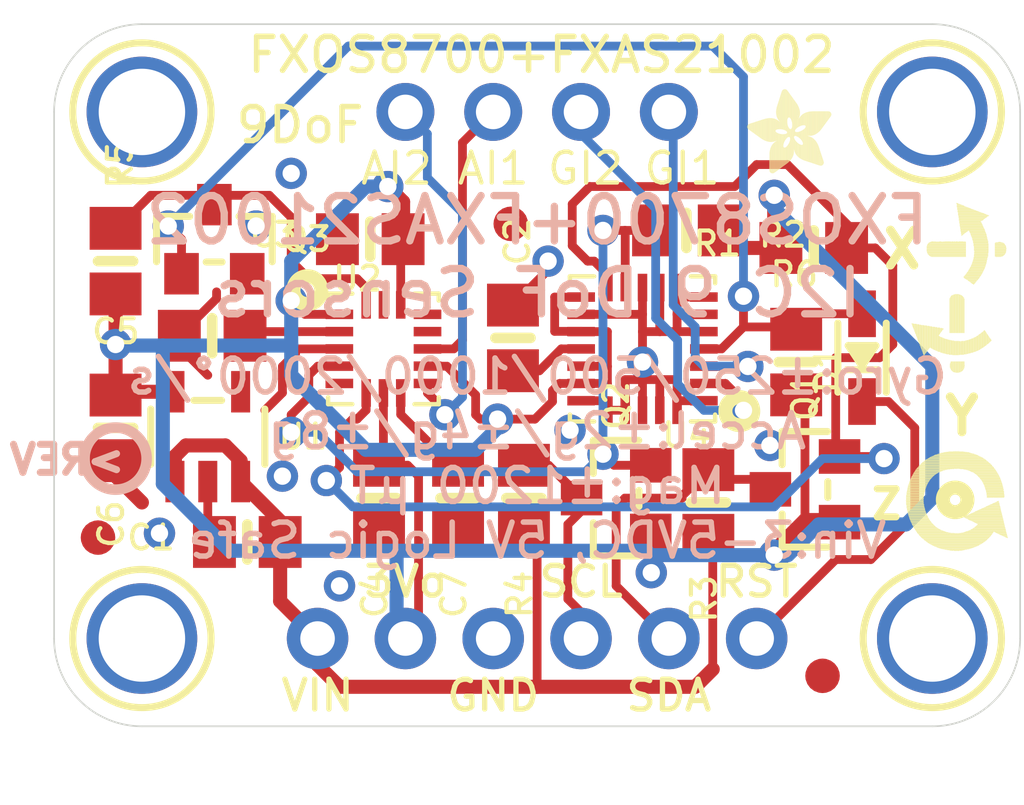
<source format=kicad_pcb>
(kicad_pcb (version 20211014) (generator pcbnew)
  (layers (0 "F.Cu" signal) (31 "B.Cu" signal) (34 "B.Paste" user) (35 "F.Paste" user) (36 "B.SilkS" user "B.Silkscreen") (37 "F.SilkS" user "F.Silkscreen") (38 "B.Mask" user) (39 "F.Mask" user) (44 "Edge.Cuts" user))
  (net 0 "")
  (net 1 "GND")
  (net 2 "SDA_3V")
  (net 3 "SCL_3V")
  (net 4 "3.3V")
  (net 5 "RST_3V")
  (net 6 "N$1")
  (net 7 "N$24")
  (net 8 "N$26")
  (net 9 "SDA")
  (net 10 "SCL")
  (net 11 "VIN")
  (net 12 "RST")
  (net 13 "GINT1")
  (net 14 "GINT2")
  (net 15 "AINT1")
  (net 16 "AINT2")
  (net 17 "ACC_RST")
  (footprint "boardEagle:MOUNTINGHOLE_2.5_PLATED" (layer "F.Cu") (at 137.0711 97.3836)
    (fp_text reference "U$2" hide)
    (fp_text value "MOUNTINGHOLE2.5" hide)
    (pad "P$1" thru_hole circle (at 0 0) (size 3.2 3.2) (drill 2.5) (layers *.Cu *.Mask))
  )
  (footprint "boardEagle:0805-NO" (layer "F.Cu") (at 136.3091 106.5276 -90)
    (fp_text reference "C6" (at 2.032 0.127 90) (layer "F.SilkS") (effects (font (size 0.692831 0.692831) (thickness 0.119969)) (justify right)))
    (fp_text value "10µF")
    (pad "1" smd rect (at -0.95 0 270) (size 1.24 1.5) (layers "F.Cu" "F.Paste" "F.Mask") (net 4 "3.3V"))
    (pad "2" smd rect (at 0.95 0 270) (size 1.24 1.5) (layers "F.Cu" "F.Paste" "F.Mask") (net 1 "GND"))
  )
  (footprint "boardEagle:FIDUCIAL_1MM" (layer "F.Cu") (at 147.7391 100.6221)
    (fp_text reference "FID3" hide)
    (fp_text value "FIDUCIAL_1MM" hide)
    (pad "1" smd roundrect (at 0 0) (size 1 1) (layers "F.Cu" "F.Mask") (roundrect_rratio 0.5))
  )
  (footprint "boardEagle:0805-NO" (layer "F.Cu") (at 155.9941 104.6226 -90)
    (fp_text reference "R6" (at -2.54 -0.6985) (layer "F.SilkS") (effects (font (size 0.692831 0.692831) (thickness 0.119969)) (justify right)))
    (fp_text value "10K")
    (pad "1" smd rect (at -0.95 0 270) (size 1.24 1.5) (layers "F.Cu" "F.Paste" "F.Mask") (net 5 "RST_3V"))
    (pad "2" smd rect (at 0.95 0 270) (size 1.24 1.5) (layers "F.Cu" "F.Paste" "F.Mask") (net 4 "3.3V"))
  )
  (footprint "boardEagle:SYMBOL_GYRO_CCLOCKWISE" (layer "F.Cu") (at 159.4231 102.5906)
    (fp_text reference "U$27" hide)
    (fp_text value "" hide)
  )
  (footprint "boardEagle:MOUNTINGHOLE_2.5_PLATED" (layer "F.Cu") (at 159.9311 112.6236)
    (fp_text reference "U$1" hide)
    (fp_text value "MOUNTINGHOLE2.5" hide)
    (pad "P$1" thru_hole circle (at 0 0) (size 3.2 3.2) (drill 2.5) (layers *.Cu *.Mask))
  )
  (footprint "boardEagle:MOUNTINGHOLE_2.5_PLATED" (layer "F.Cu") (at 159.9311 97.3836)
    (fp_text reference "U$3" hide)
    (fp_text value "MOUNTINGHOLE2.5" hide)
    (pad "P$1" thru_hole circle (at 0 0) (size 3.2 3.2) (drill 2.5) (layers *.Cu *.Mask))
  )
  (footprint "boardEagle:0805-NO" (layer "F.Cu") (at 147.8026 103.9241 90)
    (fp_text reference "C2" (at 2.032 0.127 90) (layer "F.SilkS") (effects (font (size 0.692831 0.692831) (thickness 0.119969)) (justify left)))
    (fp_text value "0.1uF")
    (pad "1" smd rect (at -0.95 0 90) (size 1.24 1.5) (layers "F.Cu" "F.Paste" "F.Mask") (net 6 "N$1"))
    (pad "2" smd rect (at 0.95 0 90) (size 1.24 1.5) (layers "F.Cu" "F.Paste" "F.Mask") (net 1 "GND"))
  )
  (footprint "boardEagle:FIDUCIAL_1MM" (layer "F.Cu") (at 156.7561 113.7031)
    (fp_text reference "FID1" hide)
    (fp_text value "FIDUCIAL_1MM" hide)
    (pad "1" smd roundrect (at 0 0) (size 1 1) (layers "F.Cu" "F.Mask") (roundrect_rratio 0.5))
  )
  (footprint "boardEagle:SYMBOL_GYRO_Z" (layer "F.Cu") (at 159.1691 110.0836)
    (fp_text reference "U$31" hide)
    (fp_text value "" hide)
  )
  (footprint "boardEagle:0805-NO" (layer "F.Cu") (at 143.6751 101.0666 180)
    (fp_text reference "C3" (at 2.032 0.127) (layer "F.SilkS") (effects (font (size 0.692831 0.692831) (thickness 0.119969)) (justify right)))
    (fp_text value "0.1uF")
    (pad "1" smd rect (at -0.95 0 180) (size 1.24 1.5) (layers "F.Cu" "F.Paste" "F.Mask") (net 4 "3.3V"))
    (pad "2" smd rect (at 0.95 0 180) (size 1.24 1.5) (layers "F.Cu" "F.Paste" "F.Mask") (net 1 "GND"))
  )
  (footprint "boardEagle:1X04_ROUND" (layer "F.Cu") (at 148.5011 97.3836 180)
    (fp_text reference "JP2" hide)
    (fp_text value "")
    (pad "1" thru_hole circle (at -3.81 0 270) (size 1.6764 1.6764) (drill 1) (layers *.Cu *.Mask) (net 13 "GINT1"))
    (pad "2" thru_hole circle (at -1.27 0 270) (size 1.6764 1.6764) (drill 1) (layers *.Cu *.Mask) (net 14 "GINT2"))
    (pad "3" thru_hole circle (at 1.27 0 270) (size 1.6764 1.6764) (drill 1) (layers *.Cu *.Mask) (net 15 "AINT1"))
    (pad "4" thru_hole circle (at 3.81 0 270) (size 1.6764 1.6764) (drill 1) (layers *.Cu *.Mask) (net 16 "AINT2"))
  )
  (footprint "boardEagle:0805-NO" (layer "F.Cu") (at 146.2151 108.5596 -90)
    (fp_text reference "C7" (at 2.032 0.127 90) (layer "F.SilkS") (effects (font (size 0.692831 0.692831) (thickness 0.119969)) (justify right)))
    (fp_text value "0.1uF")
    (pad "1" smd rect (at -0.95 0 270) (size 1.24 1.5) (layers "F.Cu" "F.Paste" "F.Mask") (net 8 "N$26"))
    (pad "2" smd rect (at 0.95 0 270) (size 1.24 1.5) (layers "F.Cu" "F.Paste" "F.Mask") (net 1 "GND"))
  )
  (footprint "boardEagle:SOD-323" (layer "F.Cu") (at 157.8991 104.4956 90)
    (fp_text reference "D1" (at -1.1 -1 90) (layer "F.SilkS") (effects (font (size 0.692831 0.692831) (thickness 0.119969)) (justify left)))
    (fp_text value "1N4148")
    (pad "A" smd rect (at 1.27 0 90) (size 1.35 0.8) (layers "F.Cu" "F.Paste" "F.Mask") (net 5 "RST_3V"))
    (pad "C" smd rect (at -1.27 0 90) (size 1.35 0.8) (layers "F.Cu" "F.Paste" "F.Mask") (net 12 "RST"))
  )
  (footprint "boardEagle:0805-NO" (layer "F.Cu") (at 136.3091 101.7016 90)
    (fp_text reference "R5" (at 2.032 0.127 90) (layer "F.SilkS") (effects (font (size 0.692831 0.692831) (thickness 0.119969)) (justify left)))
    (fp_text value "10K")
    (pad "1" smd rect (at -0.95 0 90) (size 1.24 1.5) (layers "F.Cu" "F.Paste" "F.Mask") (net 4 "3.3V"))
    (pad "2" smd rect (at 0.95 0 90) (size 1.24 1.5) (layers "F.Cu" "F.Paste" "F.Mask") (net 17 "ACC_RST"))
  )
  (footprint "boardEagle:0805-NO" (layer "F.Cu") (at 139.1031 103.8606 180)
    (fp_text reference "C5" (at 2.032 0.127) (layer "F.SilkS") (effects (font (size 0.692831 0.692831) (thickness 0.119969)) (justify right)))
    (fp_text value "0.1uF")
    (pad "1" smd rect (at -0.95 0 180) (size 1.24 1.5) (layers "F.Cu" "F.Paste" "F.Mask") (net 7 "N$24"))
    (pad "2" smd rect (at 0.95 0 180) (size 1.24 1.5) (layers "F.Cu" "F.Paste" "F.Mask") (net 1 "GND"))
  )
  (footprint "boardEagle:0805-NO" (layer "F.Cu") (at 156.5021 101.3206 180)
    (fp_text reference "R1" (at 2.032 0.127) (layer "F.SilkS") (effects (font (size 0.692831 0.692831) (thickness 0.119969)) (justify right)))
    (fp_text value "10K")
    (pad "1" smd rect (at -0.95 0 180) (size 1.24 1.5) (layers "F.Cu" "F.Paste" "F.Mask") (net 2 "SDA_3V"))
    (pad "2" smd rect (at 0.95 0 180) (size 1.24 1.5) (layers "F.Cu" "F.Paste" "F.Mask") (net 4 "3.3V"))
  )
  (footprint "boardEagle:0805-NO" (layer "F.Cu") (at 143.9291 108.5596 -90)
    (fp_text reference "C4" (at 2.032 0.127 90) (layer "F.SilkS") (effects (font (size 0.692831 0.692831) (thickness 0.119969)) (justify right)))
    (fp_text value "10uF")
    (pad "1" smd rect (at -0.95 0 270) (size 1.24 1.5) (layers "F.Cu" "F.Paste" "F.Mask") (net 4 "3.3V"))
    (pad "2" smd rect (at 0.95 0 270) (size 1.24 1.5) (layers "F.Cu" "F.Paste" "F.Mask") (net 1 "GND"))
  )
  (footprint "boardEagle:0805-NO" (layer "F.Cu") (at 148.1201 108.5596 -90)
    (fp_text reference "R4" (at 2.032 0.127 90) (layer "F.SilkS") (effects (font (size 0.692831 0.692831) (thickness 0.119969)) (justify right)))
    (fp_text value "10K")
    (pad "1" smd rect (at -0.95 0 270) (size 1.24 1.5) (layers "F.Cu" "F.Paste" "F.Mask") (net 10 "SCL"))
    (pad "2" smd rect (at 0.95 0 270) (size 1.24 1.5) (layers "F.Cu" "F.Paste" "F.Mask") (net 11 "VIN"))
  )
  (footprint "boardEagle:SOT23-WIDE" (layer "F.Cu") (at 150.7871 108.5596 90)
    (fp_text reference "Q2" (at 1.905 0 90) (layer "F.SilkS") (effects (font (size 0.692831 0.692831) (thickness 0.119969)) (justify left)))
    (fp_text value "BSS138")
    (pad "1" smd rect (at -0.95 1 90) (size 1 1.2) (layers "F.Cu" "F.Paste" "F.Mask") (net 4 "3.3V"))
    (pad "2" smd rect (at 0.95 1 90) (size 1 1.2) (layers "F.Cu" "F.Paste" "F.Mask") (net 3 "SCL_3V"))
    (pad "3" smd rect (at 0 -1 90) (size 1 1.2) (layers "F.Cu" "F.Paste" "F.Mask") (net 10 "SCL"))
  )
  (footprint "boardEagle:QFN16_3MM_FREESCALE_5X3" (layer "F.Cu") (at 144.0561 104.2416)
    (fp_text reference "U2" (at -1.524 -2.032) (layer "F.SilkS") (effects (font (size 0.692831 0.692831) (thickness 0.119969)) (justify left)))
    (fp_text value "FXOS8700CQ")
    (pad "1" smd rect (at -1.275 -1) (size 0.8 0.275) (layers "F.Cu" "F.Paste" "F.Mask") (net 4 "3.3V"))
    (pad "2" smd rect (at -1.275 -0.5) (size 0.8 0.275) (layers "F.Cu" "F.Paste" "F.Mask") (net 7 "N$24"))
    (pad "3" smd rect (at -1.275 0) (size 0.8 0.275) (layers "F.Cu" "F.Paste" "F.Mask") (net 1 "GND"))
    (pad "4" smd rect (at -1.275 0.5) (size 0.8 0.275) (layers "F.Cu" "F.Paste" "F.Mask") (net 3 "SCL_3V"))
    (pad "5" smd rect (at -1.275 1) (size 0.8 0.275) (layers "F.Cu" "F.Paste" "F.Mask") (net 1 "GND"))
    (pad "6" smd rect (at -0.5 1.275 90) (size 0.8 0.275) (layers "F.Cu" "F.Paste" "F.Mask") (net 2 "SDA_3V"))
    (pad "7" smd rect (at 0 1.275 90) (size 0.8 0.275) (layers "F.Cu" "F.Paste" "F.Mask") (net 4 "3.3V"))
    (pad "8" smd rect (at 0.5 1.275 90) (size 0.8 0.275) (layers "F.Cu" "F.Paste" "F.Mask") (net 8 "N$26"))
    (pad "9" smd rect (at 1.275 1 180) (size 0.8 0.275) (layers "F.Cu" "F.Paste" "F.Mask") (net 16 "AINT2"))
    (pad "10" smd rect (at 1.275 0.5 180) (size 0.8 0.275) (layers "F.Cu" "F.Paste" "F.Mask") (net 4 "3.3V"))
    (pad "11" smd rect (at 1.275 0 180) (size 0.8 0.275) (layers "F.Cu" "F.Paste" "F.Mask") (net 15 "AINT1"))
    (pad "12" smd rect (at 1.275 -0.5 180) (size 0.8 0.275) (layers "F.Cu" "F.Paste" "F.Mask") (net 1 "GND"))
    (pad "13" smd rect (at 1.275 -1 180) (size 0.8 0.275) (layers "F.Cu" "F.Paste" "F.Mask") (net 1 "GND"))
    (pad "14" smd rect (at 0.5 -1.275 270) (size 0.8 0.275) (layers "F.Cu" "F.Paste" "F.Mask") (net 4 "3.3V"))
    (pad "15" smd rect (at 0 -1.275 270) (size 0.8 0.275) (layers "F.Cu" "F.Paste" "F.Mask"))
    (pad "16" smd rect (at -0.5 -1.275 270) (size 0.8 0.275) (layers "F.Cu" "F.Paste" "F.Mask") (net 17 "ACC_RST"))
  )
  (footprint "boardEagle:SOT23-WIDE" (layer "F.Cu") (at 156.2481 108.3056 90)
    (fp_text reference "Q1" (at 1.905 0 90) (layer "F.SilkS") (effects (font (size 0.692831 0.692831) (thickness 0.119969)) (justify left)))
    (fp_text value "BSS138")
    (pad "1" smd rect (at -0.95 1 90) (size 1 1.2) (layers "F.Cu" "F.Paste" "F.Mask") (net 4 "3.3V"))
    (pad "2" smd rect (at 0.95 1 90) (size 1 1.2) (layers "F.Cu" "F.Paste" "F.Mask") (net 2 "SDA_3V"))
    (pad "3" smd rect (at 0 -1 90) (size 1 1.2) (layers "F.Cu" "F.Paste" "F.Mask") (net 9 "SDA"))
  )
  (footprint "boardEagle:MOUNTINGHOLE_2.5_PLATED" (layer "F.Cu") (at 137.0711 112.6236)
    (fp_text reference "U$4" hide)
    (fp_text value "MOUNTINGHOLE2.5" hide)
    (pad "P$1" thru_hole circle (at 0 0) (size 3.2 3.2) (drill 2.5) (layers *.Cu *.Mask))
  )
  (footprint "boardEagle:0805-NO" (layer "F.Cu") (at 140.1191 109.8296 180)
    (fp_text reference "C1" (at 2.032 0.127) (layer "F.SilkS") (effects (font (size 0.692831 0.692831) (thickness 0.119969)) (justify right)))
    (fp_text value "10µF")
    (pad "1" smd rect (at -0.95 0 180) (size 1.24 1.5) (layers "F.Cu" "F.Paste" "F.Mask") (net 11 "VIN"))
    (pad "2" smd rect (at 0.95 0 180) (size 1.24 1.5) (layers "F.Cu" "F.Paste" "F.Mask") (net 1 "GND"))
  )
  (footprint "boardEagle:FIDUCIAL_1MM" (layer "F.Cu") (at 135.8011 109.7026)
    (fp_text reference "FID2" hide)
    (fp_text value "FIDUCIAL_1MM" hide)
    (pad "1" smd roundrect (at 0 0) (size 1 1) (layers "F.Cu" "F.Mask") (roundrect_rratio 0.5))
  )
  (footprint "boardEagle:SYMBOL_GYRO_CLOCKWISE" (layer "F.Cu") (at 159.0421 102.3366 -90)
    (fp_text reference "U$28" hide)
    (fp_text value "" hide)
  )
  (footprint "boardEagle:0805-NO" (layer "F.Cu") (at 152.8191 100.8126)
    (fp_text reference "R2" (at 2.032 0.127) (layer "F.SilkS") (effects (font (size 0.692831 0.692831) (thickness 0.119969)) (justify left)))
    (fp_text value "10K")
    (pad "1" smd rect (at -0.95 0) (size 1.24 1.5) (layers "F.Cu" "F.Paste" "F.Mask") (net 3 "SCL_3V"))
    (pad "2" smd rect (at 0.95 0) (size 1.24 1.5) (layers "F.Cu" "F.Paste" "F.Mask") (net 4 "3.3V"))
  )
  (footprint "boardEagle:1X06_ROUND_70" (layer "F.Cu") (at 148.5011 112.6236 180)
    (fp_text reference "JP1" hide)
    (fp_text value "")
    (pad "1" thru_hole circle (at -6.35 0 270) (size 1.778 1.778) (drill 1) (layers *.Cu *.Mask) (net 12 "RST"))
    (pad "2" thru_hole circle (at -3.81 0 270) (size 1.778 1.778) (drill 1) (layers *.Cu *.Mask) (net 9 "SDA"))
    (pad "3" thru_hole circle (at -1.27 0 270) (size 1.778 1.778) (drill 1) (layers *.Cu *.Mask) (net 10 "SCL"))
    (pad "4" thru_hole circle (at 1.27 0 270) (size 1.778 1.778) (drill 1) (layers *.Cu *.Mask) (net 1 "GND"))
    (pad "5" thru_hole circle (at 3.81 0 270) (size 1.778 1.778) (drill 1) (layers *.Cu *.Mask) (net 4 "3.3V"))
    (pad "6" thru_hole circle (at 6.35 0 270) (size 1.778 1.778) (drill 1) (layers *.Cu *.Mask) (net 11 "VIN"))
  )
  (footprint "boardEagle:0805-NO" (layer "F.Cu") (at 153.4541 108.6866 -90)
    (fp_text reference "R3" (at 2.032 0.127 90) (layer "F.SilkS") (effects (font (size 0.692831 0.692831) (thickness 0.119969)) (justify right)))
    (fp_text value "10K")
    (pad "1" smd rect (at -0.95 0 270) (size 1.24 1.5) (layers "F.Cu" "F.Paste" "F.Mask") (net 9 "SDA"))
    (pad "2" smd rect (at 0.95 0 270) (size 1.24 1.5) (layers "F.Cu" "F.Paste" "F.Mask") (net 11 "VIN"))
  )
  (footprint "boardEagle:QFN24_4MM_FREESCALE_7X5" (layer "F.Cu") (at 151.5491 104.2416 180)
    (fp_text reference "U4" (at -2.05 -2.5) (layer "F.SilkS") (effects (font (size 0.692831 0.692831) (thickness 0.119969)) (justify right)))
    (fp_text value "FXAS21002C")
    (pad "1" smd rect (at -1.775 -1.5 180) (size 0.8 0.275) (layers "F.Cu" "F.Paste" "F.Mask") (net 1 "GND"))
    (pad "2" smd rect (at -1.775 -1 180) (size 0.8 0.275) (layers "F.Cu" "F.Paste" "F.Mask") (net 14 "GINT2"))
    (pad "3" smd rect (at -1.775 -0.5 180) (size 0.8 0.275) (layers "F.Cu" "F.Paste" "F.Mask") (net 13 "GINT1"))
    (pad "4" smd rect (at -1.775 0 180) (size 0.8 0.275) (layers "F.Cu" "F.Paste" "F.Mask") (net 5 "RST_3V"))
    (pad "5" smd rect (at -1.775 0.5 180) (size 0.8 0.275) (layers "F.Cu" "F.Paste" "F.Mask") (net 1 "GND"))
    (pad "6" smd rect (at -1.775 1 180) (size 0.8 0.275) (layers "F.Cu" "F.Paste" "F.Mask") (net 1 "GND"))
    (pad "7" smd rect (at -1.775 1.5 180) (size 0.8 0.275) (layers "F.Cu" "F.Paste" "F.Mask") (net 1 "GND"))
    (pad "8" smd rect (at -1 1.775 270) (size 0.8 0.275) (layers "F.Cu" "F.Paste" "F.Mask") (net 1 "GND"))
    (pad "9" smd rect (at -0.5 1.775 270) (size 0.8 0.275) (layers "F.Cu" "F.Paste" "F.Mask") (net 1 "GND"))
    (pad "10" smd rect (at 0 1.775 270) (size 0.8 0.275) (layers "F.Cu" "F.Paste" "F.Mask") (net 1 "GND"))
    (pad "11" smd rect (at 0.5 1.775 270) (size 0.8 0.275) (layers "F.Cu" "F.Paste" "F.Mask") (net 3 "SCL_3V"))
    (pad "12" smd rect (at 1 1.775 270) (size 0.8 0.275) (layers "F.Cu" "F.Paste" "F.Mask") (net 2 "SDA_3V"))
    (pad "13" smd rect (at 1.775 1.5) (size 0.8 0.275) (layers "F.Cu" "F.Paste" "F.Mask") (net 4 "3.3V"))
    (pad "14" smd rect (at 1.775 1) (size 0.8 0.275) (layers "F.Cu" "F.Paste" "F.Mask") (net 1 "GND"))
    (pad "15" smd rect (at 1.775 0.5) (size 0.8 0.275) (layers "F.Cu" "F.Paste" "F.Mask") (net 4 "3.3V"))
    (pad "16" smd rect (at 1.775 0) (size 0.8 0.275) (layers "F.Cu" "F.Paste" "F.Mask") (net 6 "N$1"))
    (pad "17" smd rect (at 1.775 -0.5) (size 0.8 0.275) (layers "F.Cu" "F.Paste" "F.Mask") (net 4 "3.3V"))
    (pad "18" smd rect (at 1.775 -1) (size 0.8 0.275) (layers "F.Cu" "F.Paste" "F.Mask") (net 4 "3.3V"))
    (pad "19" smd rect (at 1.775 -1.5) (size 0.8 0.275) (layers "F.Cu" "F.Paste" "F.Mask") (net 1 "GND"))
    (pad "20" smd rect (at 1 -1.775 90) (size 0.8 0.275) (layers "F.Cu" "F.Paste" "F.Mask") (net 1 "GND"))
    (pad "21" smd rect (at 0.5 -1.775 90) (size 0.8 0.275) (layers "F.Cu" "F.Paste" "F.Mask") (net 1 "GND"))
    (pad "22" smd rect (at 0 -1.775 90) (size 0.8 0.275) (layers "F.Cu" "F.Paste" "F.Mask") (net 1 "GND"))
    (pad "23" smd rect (at -0.5 -1.775 90) (size 0.8 0.275) (layers "F.Cu" "F.Paste" "F.Mask") (net 1 "GND"))
    (pad "24" smd rect (at -1 -1.775 90) (size 0.8 0.275) (layers "F.Cu" "F.Paste" "F.Mask") (net 1 "GND"))
  )
  (footprint "boardEagle:SOT23-WIDE" (layer "F.Cu") (at 139.1666 101.0666)
    (fp_text reference "Q3" (at 1.905 0) (layer "F.SilkS") (effects (font (size 0.692831 0.692831) (thickness 0.119969)) (justify left)))
    (fp_text value "BSS138")
    (pad "1" smd rect (at -0.95 1) (size 1 1.2) (layers "F.Cu" "F.Paste" "F.Mask") (net 5 "RST_3V"))
    (pad "2" smd rect (at 0.95 1) (size 1 1.2) (layers "F.Cu" "F.Paste" "F.Mask") (net 1 "GND"))
    (pad "3" smd rect (at 0 -1) (size 1 1.2) (layers "F.Cu" "F.Paste" "F.Mask") (net 17 "ACC_RST"))
  )
  (footprint "boardEagle:SOT23-5" (layer "F.Cu") (at 138.9761 106.7816)
    (fp_text reference "U1" (at 1.978 0) (layer "F.SilkS") (effects (font (size 0.692831 0.692831) (thickness 0.119969)) (justify left)))
    (fp_text value "MIC5225-3.3V")
    (pad "1" smd rect (at -0.95 1.3001) (size 0.55 1.2) (layers "F.Cu" "F.Paste" "F.Mask") (net 11 "VIN"))
    (pad "2" smd rect (at 0 1.3001) (size 0.55 1.2) (layers "F.Cu" "F.Paste" "F.Mask") (net 1 "GND"))
    (pad "3" smd rect (at 0.95 1.3001) (size 0.55 1.2) (layers "F.Cu" "F.Paste" "F.Mask") (net 11 "VIN"))
    (pad "4" smd rect (at 0.95 -1.3001) (size 0.55 1.2) (layers "F.Cu" "F.Paste" "F.Mask"))
    (pad "5" smd rect (at -0.95 -1.3001) (size 0.55 1.2) (layers "F.Cu" "F.Paste" "F.Mask") (net 4 "3.3V"))
  )
  (footprint "boardEagle:ADAFRUIT_2.5MM" (layer "F.Cu") (at 157.0101 99.1616 90)
    (fp_text reference "U$26" hide)
    (fp_text value "" hide)
  )
  (footprint "boardEagle:PCBFEAT-REV-040" (layer "B.Cu") (at 136.3091 107.4166 180)
    (fp_text reference "U$32" hide)
    (fp_text value "" hide)
    (fp_text user ">REV" (at -0.3556 -0.508) (layer "B.SilkS") (effects (font (size 0.8128 0.8128) (thickness 0.2032)) (justify left bottom mirror)))
  )
  (gr_line (start 134.5311 112.6236) (end 134.5311 97.3836) (layer "Edge.Cuts") (width 0.05))
  (gr_arc (start 134.5311 97.3836) (mid 135.275049 95.587549) (end 137.0711 94.8436) (layer "Edge.Cuts") (width 0.05))
  (gr_arc (start 137.0711 115.1636) (mid 135.275049 114.419651) (end 134.5311 112.6236) (layer "Edge.Cuts") (width 0.05))
  (gr_arc (start 159.9311 94.8436) (mid 161.727151 95.587549) (end 162.4711 97.3836) (layer "Edge.Cuts") (width 0.05))
  (gr_arc (start 162.4711 112.6236) (mid 161.727151 114.419651) (end 159.9311 115.1636) (layer "Edge.Cuts") (width 0.05))
  (gr_line (start 159.9311 115.1636) (end 137.0711 115.1636) (layer "Edge.Cuts") (width 0.05))
  (gr_line (start 162.4711 97.3836) (end 162.4711 112.6236) (layer "Edge.Cuts") (width 0.05))
  (gr_line (start 137.0711 94.8436) (end 159.9311 94.8436) (layer "Edge.Cuts") (width 0.05))
  (gr_text "Gyro:±250/500/1000/2000°/s\nAccel:±2g/±4g/±8g\nMag:±1200 μT\nVin:3-5VDC, 5V Logic Safe" (at 148.5011 107.4166) (layer "B.SilkS") (effects (font (size 0.98298 0.98298) (thickness 0.16002)) (justify mirror)))
  (gr_text "FXOS8700+FXAS21002\nI2C 9 DoF Sensors" (at 148.5011 101.5746) (layer "B.SilkS") (effects (font (size 1.31064 1.31064) (thickness 0.21336)) (justify mirror)))
  (gr_text "AI2" (at 144.4371 99.5426) (layer "F.SilkS") (effects (font (size 0.89408 0.89408) (thickness 0.12192)) (justify bottom)))
  (gr_text "GND" (at 147.2311 113.7666) (layer "F.SilkS") (effects (font (size 0.8636 0.8636) (thickness 0.1524)) (justify top)))
  (gr_text "Z" (at 158.6103 108.7374) (layer "F.SilkS") (effects (font (size 0.8128 0.8128) (thickness 0.2032))))
  (gr_text "VIN" (at 142.1511 113.7666) (layer "F.SilkS") (effects (font (size 0.8636 0.8636) (thickness 0.1524)) (justify top)))
  (gr_text "9DoF" (at 141.6431 97.7646) (layer "F.SilkS") (effects (font (size 0.98298 0.98298) (thickness 0.16002))))
  (gr_text "FXOS8700+FXAS21002" (at 148.6281 95.7326) (layer "F.SilkS") (effects (font (size 0.98298 0.98298) (thickness 0.16002))))
  (gr_text "X" (at 158.4071 101.9556) (layer "F.SilkS") (effects (font (size 1.016 1.016) (thickness 0.254)) (justify left bottom)))
  (gr_text "3Vo" (at 144.6911 111.4806) (layer "F.SilkS") (effects (font (size 0.8636 0.8636) (thickness 0.1524)) (justify bottom)))
  (gr_text "SDA" (at 152.3111 113.7666) (layer "F.SilkS") (effects (font (size 0.8636 0.8636) (thickness 0.1524)) (justify top)))
  (gr_text "GI1" (at 152.6921 99.5426) (layer "F.SilkS") (effects (font (size 0.89408 0.89408) (thickness 0.12192)) (justify bottom)))
  (gr_text "Y" (at 160.1851 106.7816) (layer "F.SilkS") (effects (font (size 1.016 1.016) (thickness 0.254)) (justify left bottom)))
  (gr_text "GI2" (at 149.8981 99.5426) (layer "F.SilkS") (effects (font (size 0.89408 0.89408) (thickness 0.12192)) (justify bottom)))
  (gr_text "RST" (at 154.8511 111.4806) (layer "F.SilkS") (effects (font (size 0.8636 0.8636) (thickness 0.1524)) (justify bottom)))
  (gr_text "AI1" (at 147.2311 99.5426) (layer "F.SilkS") (effects (font (size 0.89408 0.89408) (thickness 0.12192)) (justify bottom)))
  (gr_text "SCL" (at 149.7711 111.4806) (layer "F.SilkS") (effects (font (size 0.8636 0.8636) (thickness 0.1524)) (justify bottom)))
  (segment (start 152.5491 103.2416) (end 152.5491 103.7416) (width 0.254) (layer "F.Cu") (net 1))
  (segment (start 151.5491 105.1306) (end 152.0491 105.1306) (width 0.254) (layer "F.Cu") (net 1))
  (segment (start 152.0491 103.7416) (end 151.5491 103.7416) (width 0.254) (layer "F.Cu") (net 1))
  (segment (start 138.1531 103.8606) (end 139.2301 102.7836) (width 0.254) (layer "F.Cu") (net 1))
  (segment (start 141.1351 105.5116) (end 140.6271 106.0196) (width 0.254) (layer "F.Cu") (net 1))
  (segment (start 139.2301 102.7836) (end 139.2301 102.5906) (width 0.254) (layer "F.Cu") (net 1))
  (segment (start 152.0491 102.4666) (end 152.0491 103.7416) (width 0.254) (layer "F.Cu") (net 1))
  (segment (start 152.0491 106.0166) (end 152.0491 105.1306) (width 0.254) (layer "F.Cu") (net 1))
  (segment (start 150.5491 106.0166) (end 151.0491 106.0166) (width 0.254) (layer "F.Cu") (net 1))
  (segment (start 152.5491 102.4666) (end 152.5491 102.7416) (width 0.254) (layer "F.Cu") (net 1))
  (segment (start 152.0491 105.1306) (end 152.5491 105.1306) (width 0.254) (layer "F.Cu") (net 1))
  (segment (start 152.5491 102.7416) (end 152.5491 103.2416) (width 0.254) (layer "F.Cu") (net 1))
  (segment (start 153.3241 103.7416) (end 152.5491 103.7416) (width 0.254) (layer "F.Cu") (net 1))
  (segment (start 150.5491 105.7416) (end 149.7741 105.7416) (width 0.254) (layer "F.Cu") (net 1))
  (segment (start 141.5161 104.3686) (end 141.1351 104.7496) (width 0.254) (layer "F.Cu") (net 1))
  (segment (start 151.0491 106.0166) (end 151.0491 105.1306) (width 0.254) (layer "F.Cu") (net 1))
  (segment (start 153.3241 102.7416) (end 152.5491 102.7416) (width 0.254) (layer "F.Cu") (net 1))
  (segment (start 151.5491 106.0166) (end 151.5491 105.1306) (width 0.254) (layer "F.Cu") (net 1))
  (segment (start 138.9761 108.0817) (end 138.9761 109.8296) (width 0.254) (layer "F.Cu") (net 1))
  (segment (start 138.9761 109.8296) (end 139.1691 109.8296) (width 0.254) (layer "F.Cu") (net 1))
  (segment (start 149.7741 103.2416) (end 151.5491 103.2416) (width 0.254) (layer "F.Cu") (net 1))
  (segment (start 152.0491 103.7416) (end 152.5491 103.7416) (width 0.254) (layer "F.Cu") (net 1))
  (segment (start 151.5491 102.4666) (end 151.5491 103.2416) (width 0.254) (layer "F.Cu") (net 1))
  (segment (start 138.1531 104.1806) (end 138.9761 105.0036) (width 0.254) (layer "F.Cu") (net 1))
  (segment (start 148.8186 101.9581) (end 148.8186 101.7016) (width 0.254) (layer "F.Cu") (net 1))
  (segment (start 151.5491 103.2416) (end 151.5491 103.7416) (width 0.254) (layer "F.Cu") (net 1))
  (segment (start 152.5491 105.1306) (end 152.5491 106.0166) (width 0.254) (layer "F.Cu") (net 1))
  (segment (start 153.3241 105.7416) (end 152.5491 105.7416) (width 0.254) (layer "F.Cu") (net 1))
  (segment (start 151.5491 103.7416) (end 151.5491 105.1306) (width 0.254) (layer "F.Cu") (net 1))
  (segment (start 136.3091 107.9246) (end 137.0711 108.6866) (width 0.4064) (layer "F.Cu") (net 1))
  (segment (start 136.3091 107.4776) (end 136.3091 107.9246) (width 0.4064) (layer "F.Cu") (net 1))
  (segment (start 141.5161 104.2416) (end 141.5161 104.3686) (width 0.254) (layer "F.Cu") (net 1))
  (segment (start 153.3241 103.2416) (end 152.5491 103.2416) (width 0.254) (layer "F.Cu") (net 1))
  (segment (start 147.8026 102.9741) (end 148.8186 101.9581) (width 0.254) (layer "F.Cu") (net 1))
  (segment (start 138.1531 103.8606) (end 138.1531 104.1806) (width 0.254) (layer "F.Cu") (net 1))
  (segment (start 141.1351 104.7496) (end 141.1351 105.5116) (width 0.254) (layer "F.Cu") (net 1))
  (segment (start 142.7811 104.2416) (end 141.5161 104.2416) (width 0.254) (layer "F.Cu") (net 1))
  (segment (start 151.0491 105.1306) (end 151.5491 105.1306) (width 0.254) (layer "F.Cu") (net 1))
  (segment (start 150.5491 106.0166) (end 150.5491 105.7416) (width 0.254) (layer "F.Cu") (net 1))
  (segment (start 152.5491 105.7416) (end 152.5491 106.0166) (width 0.254) (layer "F.Cu") (net 1))
  (via (at 140.3731 100.6856) (size 0.9064) (drill 0.5) (layers "F.Cu" "B.Cu") (net 1))
  (via (at 141.1351 107.9246) (size 0.9064) (drill 0.5) (layers "F.Cu" "B.Cu") (net 1))
  (via (at 141.3891 99.1616) (size 0.9064) (drill 0.5) (layers "F.Cu" "B.Cu") (net 1))
  (via (at 155.2321 107.0356) (size 0.9064) (drill 0.5) (layers "F.Cu" "B.Cu") (net 1))
  (via (at 142.7861 111.0996) (size 0.9064) (drill 0.5) (layers "F.Cu" "B.Cu") (net 1))
  (via (at 148.8186 101.7016) (size 0.9064) (drill 0.5) (layers "F.Cu" "B.Cu") (net 1))
  (via (at 149.4536 106.5911) (size 0.9064) (drill 0.5) (layers "F.Cu" "B.Cu") (net 1))
  (via (at 137.5791 109.5756) (size 0.9064) (drill 0.5) (layers "F.Cu" "B.Cu") (net 1))
  (via (at 151.5491 104.6226) (size 0.9064) (drill 0.5) (layers "F.Cu" "B.Cu") (net 1))
  (segment (start 157.5181 100.7786) (end 157.4521 100.8446) (width 0.254) (layer "F.Cu") (net 2))
  (segment (start 143.5561 106.0116) (end 143.2941 106.2736) (width 0.254) (layer "F.Cu") (net 2))
  (segment (start 157.2481 107.3556) (end 158.4731 107.3556) (width 0.254) (layer "F.Cu") (net 2))
  (segment (start 150.0251 99.5426) (end 154.2161 99.5426) (width 0.254) (layer "F.Cu") (net 2))
  (segment (start 158.4071 104.4956) (end 158.7881 104.1146) (width 0.254) (layer "F.Cu") (net 2))
  (segment (start 142.7861 106.6546) (end 142.7861 107.6706) (width 0.254) (layer "F.Cu") (net 2))
  (segment (start 149.5171 101.2571) (end 149.5171 100.0506) (width 0.254) (layer "F.Cu") (net 2))
  (segment (start 158.7881 101.8286) (end 158.7881 104.1146) (width 0.254) (layer "F.Cu") (net 2))
  (segment (start 150.5491 102.0986) (end 150.1521 101.7016) (width 0.254) (layer "F.Cu") (net 2))
  (segment (start 157.1371 104.4956) (end 157.1371 107.4666) (width 0.254) (layer "F.Cu") (net 2))
  (segment (start 157.4521 100.8446) (end 157.4521 101.3206) (width 0.254) (layer "F.Cu") (net 2))
  (segment (start 150.1521 101.7016) (end 149.9616 101.7016) (width 0.254) (layer "F.Cu") (net 2))
  (segment (start 157.5181 100.6856) (end 157.5181 100.7786) (width 0.254) (layer "F.Cu") (net 2))
  (segment (start 158.2801 101.3206) (end 157.4521 101.3206) (width 0.254) (layer "F.Cu") (net 2))
  (segment (start 149.9616 101.7016) (end 149.5171 101.2571) (width 0.254) (layer "F.Cu") (net 2))
  (segment (start 143.1671 106.2736) (end 142.7861 106.6546) (width 0.254) (layer "F.Cu") (net 2))
  (segment (start 143.2941 106.2736) (end 143.1671 106.2736) (width 0.254) (layer "F.Cu") (net 2))
  (segment (start 157.1371 107.4666) (end 157.2481 107.3556) (width 0.254) (layer "F.Cu") (net 2))
  (segment (start 154.2161 99.5426) (end 154.8511 98.9076) (width 0.254) (layer "F.Cu") (net 2))
  (segment (start 149.5171 100.0506) (end 150.0251 99.5426) (width 0.254) (layer "F.Cu") (net 2))
  (segment (start 142.7861 107.6706) (end 142.4051 108.0516) (width 0.254) (layer "F.Cu") (net 2))
  (segment (start 158.4731 107.3556) (end 158.5341 107.4166) (width 0.254) (layer "F.Cu") (net 2))
  (segment (start 150.5491 102.4666) (end 150.5491 102.0986) (width 0.254) (layer "F.Cu") (net 2))
  (segment (start 143.5561 105.5166) (end 143.5561 106.0116) (width 0.254) (layer "F.Cu") (net 2))
  (segment (start 154.8511 98.9076) (end 155.7401 98.9076) (width 0.254) (layer "F.Cu") (net 2))
  (segment (start 158.7881 101.8286) (end 158.2801 101.3206) (width 0.254) (layer "F.Cu") (net 2))
  (segment (start 155.7401 98.9076) (end 157.5181 100.6856) (width 0.254) (layer "F.Cu") (net 2))
  (segment (start 157.1371 104.4956) (end 158.4071 104.4956) (width 0.254) (layer "F.Cu") (net 2))
  (via (at 158.5341 107.4166) (size 0.9064) (drill 0.5) (layers "F.Cu" "B.Cu") (net 2))
  (via (at 142.4051 108.0516) (size 0.9064) (drill 0.5) (layers "F.Cu" "B.Cu") (net 2))
  (segment (start 142.4051 108.0516) (end 143.1671 108.8136) (width 0.254) (layer "B.Cu") (net 2))
  (segment (start 155.3591 108.8136) (end 156.7561 107.4166) (width 0.254) (layer "B.Cu") (net 2))
  (segment (start 156.7561 107.4166) (end 158.5341 107.4166) (width 0.254) (layer "B.Cu") (net 2))
  (segment (start 143.1671 108.8136) (end 155.3591 108.8136) (width 0.254) (layer "B.Cu") (net 2))
  (segment (start 151.0411 100.8126) (end 150.4061 100.8126) (width 0.254) (layer "F.Cu") (net 3))
  (segment (start 151.7871 107.6096) (end 150.7261 107.6096) (width 0.254) (layer "F.Cu") (net 3))
  (segment (start 141.8971 105.0036) (end 141.8971 105.6386) (width 0.254) (layer "F.Cu") (net 3))
  (segment (start 151.0491 102.4666) (end 151.0491 100.8206) (width 0.254) (layer "F.Cu") (net 3))
  (segment (start 141.3891 106.1466) (end 141.3891 106.6546) (width 0.254) (layer "F.Cu") (net 3))
  (segment (start 142.7811 104.7416) (end 142.1591 104.7416) (width 0.254) (layer "F.Cu") (net 3))
  (segment (start 142.1591 104.7416) (end 141.8971 105.0036) (width 0.254) (layer "F.Cu") (net 3))
  (segment (start 151.0491 100.8206) (end 151.0411 100.8126) (width 0.254) (layer "F.Cu") (net 3))
  (segment (start 151.8691 100.8126) (end 151.0411 100.8126) (width 0.254) (layer "F.Cu") (net 3))
  (segment (start 150.7261 107.6096) (end 150.4061 107.2896) (width 0.254) (layer "F.Cu") (net 3))
  (segment (start 141.8971 105.6386) (end 141.3891 106.1466) (width 0.254) (layer "F.Cu") (net 3))
  (via (at 150.4061 107.2896) (size 0.9064) (drill 0.5) (layers "F.Cu" "B.Cu") (net 3))
  (via (at 141.3891 106.6546) (size 0.9064) (drill 0.5) (layers "F.Cu" "B.Cu") (net 3))
  (via (at 150.4061 100.8126) (size 0.9064) (drill 0.5) (layers "F.Cu" "B.Cu") (net 3))
  (segment (start 142.1511 106.6546) (end 141.3891 106.6546) (width 0.254) (layer "B.Cu") (net 3))
  (segment (start 143.2941 107.7976) (end 149.8981 107.7976) (width 0.254) (layer "B.Cu") (net 3))
  (segment (start 149.8981 107.7976) (end 150.4061 107.2896) (width 0.254) (layer "B.Cu") (net 3))
  (segment (start 143.2941 107.7976) (end 142.1511 106.6546) (width 0.254) (layer "B.Cu") (net 3))
  (segment (start 150.4061 100.8126) (end 150.4061 107.2896) (width 0.254) (layer "B.Cu") (net 3))
  (segment (start 138.0222 105.4776) (end 138.0261 105.4815) (width 0.254) (layer "F.Cu") (net 4))
  (segment (start 150.5331 103.7416) (end 150.5331 104.7496) (width 0.254) (layer "F.Cu") (net 4))
  (segment (start 151.7871 109.5096) (end 151.7871 110.7026) (width 0.4064) (layer "F.Cu") (net 4))
  (segment (start 153.7691 100.8126) (end 154.2771 101.3206) (width 0.254) (layer "F.Cu") (net 4))
  (segment (start 144.5561 102.9666) (end 144.5561 101.0666) (width 0.254) (layer "F.Cu") (net 4))
  (segment (start 136.3091 104.1146) (end 136.3091 102.6516) (width 0.4064) (layer "F.Cu") (net 4))
  (segment (start 155.3591 101.1276) (end 155.3591 99.7966) (width 0.4064) (layer "F.Cu") (net 4))
  (segment (start 149.7741 104.7416) (end 150.5251 104.7416) (width 0.254) (layer "F.Cu") (net 4))
  (segment (start 144.7571 107.6096) (end 145.0721 107.9246) (width 0.254) (layer "F.Cu") (net 4))
  (segment (start 149.7741 103.7416) (end 150.5331 103.7416) (width 0.254) (layer "F.Cu") (net 4))
  (segment (start 144.6251 101.0666) (end 144.6251 99.9846) (width 0.4064) (layer "F.Cu") (net 4))
  (segment (start 146.7231 105.5751) (end 146.7231 106.1466) (width 0.254) (layer "F.Cu") (net 4))
  (segment (start 157.1871 109.1946) (end 157.2481 109.2556) (width 0.254) (layer "F.Cu") (net 4))
  (segment (start 155.9941 105.5726) (end 156.2481 105.8266) (width 0.254) (layer "F.Cu") (net 4))
  (segment (start 150.5331 105.2416) (end 149.7741 105.2416) (width 0.254) (layer "F.Cu") (net 4))
  (segment (start 144.0561 107.5096) (end 144.0291 107.5096) (width 0.254) (layer "F.Cu") (net 4))
  (segment (start 149.7741 105.2416) (end 149.1521 105.2416) (width 0.254) (layer "F.Cu") (net 4))
  (segment (start 150.5251 104.7416) (end 150.5331 104.7496) (width 0.254) (layer "F.Cu") (net 4))
  (segment (start 136.3091 105.5776) (end 136.3091 104.1146) (width 0.4064) (layer "F.Cu") (net 4))
  (segment (start 146.8501 106.2736) (end 147.3581 106.2736) (width 0.254) (layer "F.Cu") (net 4))
  (segment (start 149.7741 103.7336) (end 149.7741 103.7416) (width 0.254) (layer "F.Cu") (net 4))
  (segment (start 148.9456 105.4481) (end 148.9456 105.7656) (width 0.254) (layer "F.Cu") (net 4))
  (segment (start 141.7861 103.2416) (end 141.3891 102.8446) (width 0.254) (layer "F.Cu") (net 4))
  (segment (start 145.0721 107.9246) (end 145.0721 112.2426) (width 0.254) (layer "F.Cu") (net 4))
  (segment (start 136.3091 105.5776) (end 136.4052 105.4815) (width 0.254) (layer "F.Cu") (net 4))
  (segment (start 150.5331 104.7496) (end 150.5331 105.2416) (width 0.254) (layer "F.Cu") (net 4))
  (segment (start 154.2771 101.3206) (end 155.5521 101.3206) (width 0.4064) (layer "F.Cu") (net 4))
  (segment (start 155.4251 99.8626) (end 155.3591 99.7966) (width 0.254) (layer "F.Cu") (net 4))
  (segment (start 156.2481 105.8266) (end 156.2481 109.1946) (width 0.254) (layer "F.Cu") (net 4))
  (segment (start 146.7231 105.5751) (end 145.8896 104.7416) (width 0.254) (layer "F.Cu") (net 4))
  (segment (start 142.7811 103.2416) (end 141.7861 103.2416) (width 0.254) (layer "F.Cu") (net 4))
  (segment (start 149.0091 102.7416) (end 149.0091 103.7336) (width 0.254) (layer "F.Cu") (net 4))
  (segment (start 145.0721 112.2426) (end 144.6911 112.6236) (width 0.254) (layer "F.Cu") (net 4))
  (segment (start 149.1521 105.2416) (end 148.9456 105.4481) (width 0.254) (layer "F.Cu") (net 4))
  (segment (start 143.9291 107.6096) (end 144.7571 107.6096) (width 0.254) (layer "F.Cu") (net 4))
  (segment (start 136.4052 105.4815) (end 138.0261 105.4815) (width 0.4064) (layer "F.Cu") (net 4))
  (segment (start 149.7741 102.7416) (end 149.0091 102.7416) (width 0.254) (layer "F.Cu") (net 4))
  (segment (start 144.5561 101.0666) (end 144.6251 101.0666) (width 0.254) (layer "F.Cu") (net 4))
  (segment (start 156.2481 109.1946) (end 157.1871 109.1946) (width 0.4064) (layer "F.Cu") (net 4))
  (segment (start 146.7231 106.1466) (end 146.8501 106.2736) (width 0.254) (layer "F.Cu") (net 4))
  (segment (start 148.9456 105.7656) (end 148.4376 106.2736) (width 0.254) (layer "F.Cu") (net 4))
  (segment (start 145.3311 104.7416) (end 145.8896 104.7416) (width 0.254) (layer "F.Cu") (net 4))
  (segment (start 156.2481 109.1946) (end 155.2321 110.2106) (width 0.4064) (layer "F.Cu") (net 4))
  (segment (start 144.0561 105.5166) (end 144.0561 107.5096) (width 0.254) (layer "F.Cu") (net 4))
  (segment (start 155.5521 101.3206) (end 155.3591 101.1276) (width 0.254) (layer "F.Cu") (net 4))
  (segment (start 144.0291 107.5096) (end 143.9291 107.6096) (width 0.254) (layer "F.Cu") (net 4))
  (segment (start 144.6251 99.9846) (end 144.1831 99.5426) (width 0.4064) (layer "F.Cu") (net 4))
  (segment (start 148.4376 106.2736) (end 147.3581 106.2736) (width 0.254) (layer "F.Cu") (net 4))
  (segment (start 149.0091 103.7336) (end 149.7741 103.7336) (width 0.254) (layer "F.Cu") (net 4))
  (segment (start 151.7871 110.7026) (end 151.8031 110.7186) (width 0.254) (layer "F.Cu") (net 4))
  (segment (start 155.2321 110.2106) (end 155.3591 110.2106) (width 0.254) (layer "F.Cu") (net 4))
  (via (at 155.3591 110.2106) (size 0.9064) (drill 0.5) (layers "F.Cu" "B.Cu") (net 4))
  (via (at 155.3591 99.7966) (size 0.9064) (drill 0.5) (layers "F.Cu" "B.Cu") (net 4))
  (via (at 151.8031 110.7186) (size 0.9064) (drill 0.5) (layers "F.Cu" "B.Cu") (net 4))
  (via (at 144.1831 99.5426) (size 0.9064) (drill 0.5) (layers "F.Cu" "B.Cu") (net 4))
  (via (at 136.3091 104.1146) (size 0.9064) (drill 0.5) (layers "F.Cu" "B.Cu") (net 4))
  (via (at 147.3581 106.2736) (size 0.9064) (drill 0.5) (layers "F.Cu" "B.Cu") (net 4))
  (via (at 141.3891 102.8446) (size 0.9064) (drill 0.5) (layers "F.Cu" "B.Cu") (net 4))
  (segment (start 143.5481 107.1626) (end 141.3891 105.0036) (width 0.4064) (layer "B.Cu") (net 4))
  (segment (start 146.7231 107.1626) (end 143.5481 107.1626) (width 0.4064) (layer "B.Cu") (net 4))
  (segment (start 144.1831 99.5426) (end 143.5481 99.5426) (width 0.4064) (layer "B.Cu") (net 4))
  (segment (start 141.3891 101.7016) (end 141.3891 102.8446) (width 0.4064) (layer "B.Cu") (net 4))
  (segment (start 144.4371 110.0836) (end 151.6761 110.0836) (width 0.4064) (layer "B.Cu") (net 4))
  (segment (start 136.339243 104.144744) (end 136.3091 104.1146) (width 0.254) (layer "B.Cu") (net 4))
  (segment (start 143.5481 99.5426) (end 141.3891 101.7016) (width 0.4064) (layer "B.Cu") (net 4))
  (segment (start 147.3581 106.5276) (end 146.7231 107.1626) (width 0.4064) (layer "B.Cu") (net 4))
  (segment (start 159.9311 104.7496) (end 155.3591 100.1776) (width 0.4064) (layer "B.Cu") (net 4))
  (segment (start 141.3891 102.944957) (end 141.3891 102.8446) (width 0.254) (layer "B.Cu") (net 4))
  (segment (start 141.3891 105.0036) (end 141.3891 104.1146) (width 0.4064) (layer "B.Cu") (net 4))
  (segment (start 155.755796 110.2106) (end 155.3591 110.2106) (width 0.254) (layer "B.Cu") (net 4))
  (segment (start 151.8031 110.2106) (end 155.3591 110.2106) (width 0.4064) (layer "B.Cu") (net 4))
  (segment (start 151.6761 110.0836) (end 151.8031 110.2106) (width 0.254) (layer "B.Cu") (net 4))
  (segment (start 156.644796 109.3216) (end 155.755796 110.2106) (width 0.4064) (layer "B.Cu") (net 4))
  (segment (start 141.3891 104.1146) (end 141.3891 102.8446) (width 0.4064) (layer "B.Cu") (net 4))
  (segment (start 144.4371 112.3696) (end 144.6911 112.6236) (width 0.4064) (layer "B.Cu") (net 4))
  (segment (start 159.1691 109.3216) (end 156.644796 109.3216) (width 0.4064) (layer "B.Cu") (net 4))
  (segment (start 137.675956 104.144744) (end 141.358956 104.144744) (width 0.4064) (layer "B.Cu") (net 4))
  (segment (start 139.6111 110.0836) (end 144.4371 110.0836) (width 0.4064) (layer "B.Cu") (net 4))
  (segment (start 141.358956 104.144744) (end 141.3891 104.1146) (width 0.4064) (layer "B.Cu") (net 4))
  (segment (start 137.675956 108.148457) (end 139.6111 110.0836) (width 0.4064) (layer "B.Cu") (net 4))
  (segment (start 151.8031 110.2106) (end 151.8031 110.7186) (width 0.4064) (layer "B.Cu") (net 4))
  (segment (start 144.4371 110.0836) (end 144.4371 112.3696) (width 0.4064) (layer "B.Cu") (net 4))
  (segment (start 147.3581 106.2736) (end 147.3581 106.5276) (width 0.4064) (layer "B.Cu") (net 4))
  (segment (start 155.3591 100.1776) (end 155.3591 99.7966) (width 0.4064) (layer "B.Cu") (net 4))
  (segment (start 159.9311 104.7496) (end 159.9311 108.5596) (width 0.4064) (layer "B.Cu") (net 4))
  (segment (start 137.675956 104.144744) (end 136.339243 104.144744) (width 0.4064) (layer "B.Cu") (net 4))
  (segment (start 159.9311 108.5596) (end 159.1691 109.3216) (width 0.4064) (layer "B.Cu") (net 4))
  (segment (start 137.675956 108.148457) (end 137.675956 104.144744) (width 0.4064) (layer "B.Cu") (net 4))
  (segment (start 153.3241 104.2416) (end 153.8351 104.2416) (width 0.254) (layer "F.Cu") (net 5))
  (segment (start 138.2166 102.0666) (end 138.2166 101.0691) (width 0.254) (layer "F.Cu") (net 5))
  (segment (start 156.4411 103.2256) (end 157.8991 103.2256) (width 0.254) (layer "F.Cu") (net 5))
  (segment (start 156.0601 103.6066) (end 154.4701 103.6066) (width 0.254) (layer "F.Cu") (net 5))
  (segment (start 153.8351 104.2416) (end 154.4701 103.6066) (width 0.254) (layer "F.Cu") (net 5))
  (segment (start 155.9941 103.6726) (end 156.0601 103.6066) (width 0.254) (layer "F.Cu") (net 5))
  (segment (start 138.2166 101.0691) (end 137.8331 100.6856) (width 0.254) (layer "F.Cu") (net 5))
  (segment (start 154.4701 103.6066) (end 154.4701 102.7176) (width 0.254) (layer "F.Cu") (net 5))
  (segment (start 156.0601 103.6066) (end 156.4411 103.2256) (width 0.254) (layer "F.Cu") (net 5))
  (via (at 137.8331 100.6856) (size 0.9064) (drill 0.5) (layers "F.Cu" "B.Cu") (net 5))
  (via (at 154.4701 102.7176) (size 0.9064) (drill 0.5) (layers "F.Cu" "B.Cu") (net 5))
  (segment (start 154.4701 96.3676) (end 154.4701 102.7176) (width 0.254) (layer "B.Cu") (net 5))
  (segment (start 143.0401 95.4786) (end 153.5811 95.4786) (width 0.254) (layer "B.Cu") (net 5))
  (segment (start 153.5811 95.4786) (end 154.4701 96.3676) (width 0.254) (layer "B.Cu") (net 5))
  (segment (start 143.0401 95.4786) (end 137.8331 100.6856) (width 0.254) (layer "B.Cu") (net 5))
  (segment (start 149.7741 104.2416) (end 149.1996 104.2416) (width 0.254) (layer "F.Cu") (net 6))
  (segment (start 149.1996 104.2416) (end 148.5671 104.8741) (width 0.254) (layer "F.Cu") (net 6))
  (segment (start 148.5671 104.8741) (end 147.8026 104.8741) (width 0.254) (layer "F.Cu") (net 6))
  (segment (start 140.1721 103.7416) (end 140.0531 103.8606) (width 0.254) (layer "F.Cu") (net 7))
  (segment (start 142.7811 103.7416) (end 140.1721 103.7416) (width 0.254) (layer "F.Cu") (net 7))
  (segment (start 144.5561 105.5166) (end 144.5561 106.1386) (width 0.254) (layer "F.Cu") (net 8))
  (segment (start 146.0271 107.6096) (end 146.2151 107.6096) (width 0.254) (layer "F.Cu") (net 8))
  (segment (start 144.5561 106.1386) (end 146.0271 107.6096) (width 0.254) (layer "F.Cu") (net 8))
  (segment (start 152.6921 108.4986) (end 153.4541 107.7366) (width 0.254) (layer "F.Cu") (net 9))
  (segment (start 150.7871 111.0996) (end 152.3111 112.6236) (width 0.254) (layer "F.Cu") (net 9))
  (segment (start 155.2481 108.3056) (end 154.9601 108.0176) (width 0.254) (layer "F.Cu") (net 9))
  (segment (start 151.0411 108.5596) (end 150.7871 108.8136) (width 0.254) (layer "F.Cu") (net 9))
  (segment (start 152.6921 108.5596) (end 152.6921 108.4986) (width 0.254) (layer "F.Cu") (net 9))
  (segment (start 151.0411 108.5596) (end 152.6921 108.5596) (width 0.254) (layer "F.Cu") (net 9))
  (segment (start 154.9601 108.0176) (end 153.7351 108.0176) (width 0.254) (layer "F.Cu") (net 9))
  (segment (start 152.4381 112.6236) (end 152.3111 112.6236) (width 0.254) (layer "F.Cu") (net 9))
  (segment (start 150.7871 108.8136) (end 150.7871 111.0996) (width 0.254) (layer "F.Cu") (net 9))
  (segment (start 153.7351 108.0176) (end 153.4541 107.7366) (width 0.254) (layer "F.Cu") (net 9))
  (segment (start 148.1201 107.6096) (end 148.8371 107.6096) (width 0.254) (layer "F.Cu") (net 10))
  (segment (start 149.3901 111.4806) (end 149.3901 109.3216) (width 0.254) (layer "F.Cu") (net 10))
  (segment (start 149.7711 112.6236) (end 149.7711 111.8616) (width 0.254) (layer "F.Cu") (net 10))
  (segment (start 148.8371 107.6096) (end 149.7871 108.5596) (width 0.254) (layer "F.Cu") (net 10))
  (segment (start 149.3901 109.3216) (end 149.7871 108.9246) (width 0.254) (layer "F.Cu") (net 10))
  (segment (start 149.7711 111.8616) (end 149.3901 111.4806) (width 0.254) (layer "F.Cu") (net 10))
  (segment (start 149.7871 108.9246) (end 149.7871 108.5596) (width 0.254) (layer "F.Cu") (net 10))
  (segment (start 139.4841 107.0356) (end 139.9261 107.4776) (width 0.4064) (layer "F.Cu") (net 11))
  (segment (start 153.5811 113.5126) (end 153.0731 114.0206) (width 0.4064) (layer "F.Cu") (net 11))
  (segment (start 139.9261 108.0817) (end 141.0691 109.2247) (width 0.4064) (layer "F.Cu") (net 11))
  (segment (start 138.0261 108.0817) (end 138.0261 107.3506) (width 0.4064) (layer "F.Cu") (net 11))
  (segment (start 141.0691 111.5416) (end 142.1511 112.6236) (width 0.4064) (layer "F.Cu") (net 11))
  (segment (start 153.5811 113.5126) (end 153.5811 109.7636) (width 0.254) (layer "F.Cu") (net 11))
  (segment (start 142.7861 114.0206) (end 142.1511 113.3856) (width 0.4064) (layer "F.Cu") (net 11))
  (segment (start 139.9261 107.4776) (end 139.9261 108.0817) (width 0.4064) (layer "F.Cu") (net 11))
  (segment (start 142.1511 113.3856) (end 142.1511 112.6236) (width 0.4064) (layer "F.Cu") (net 11))
  (segment (start 148.5011 109.8906) (end 148.5011 114.0206) (width 0.254) (layer "F.Cu") (net 11))
  (segment (start 138.3411 107.0356) (end 139.4841 107.0356) (width 0.4064) (layer "F.Cu") (net 11))
  (segment (start 141.0691 109.2247) (end 141.0691 109.8296) (width 0.254) (layer "F.Cu") (net 11))
  (segment (start 153.5811 109.7636) (end 153.4541 109.6366) (width 0.254) (layer "F.Cu") (net 11))
  (segment (start 138.0261 107.3506) (end 138.3411 107.0356) (width 0.4064) (layer "F.Cu") (net 11))
  (segment (start 148.5011 109.8906) (end 148.1201 109.5096) (width 0.254) (layer "F.Cu") (net 11))
  (segment (start 141.0691 109.8296) (end 141.0691 111.5416) (width 0.4064) (layer "F.Cu") (net 11))
  (segment (start 148.5011 114.0206) (end 142.7861 114.0206) (width 0.4064) (layer "F.Cu") (net 11))
  (segment (start 153.0731 114.0206) (end 148.5011 114.0206) (width 0.4064) (layer "F.Cu") (net 11))
  (segment (start 159.4231 106.5276) (end 158.6611 105.7656) (width 0.254) (layer "F.Cu") (net 12))
  (segment (start 157.1371 110.3376) (end 154.8511 112.6236) (width 0.254) (layer "F.Cu") (net 12))
  (segment (start 158.6611 105.7656) (end 157.8991 105.7656) (width 0.254) (layer "F.Cu") (net 12))
  (segment (start 159.4231 109.0676) (end 159.4231 106.5276) (width 0.254) (layer "F.Cu") (net 12))
  (segment (start 158.1531 110.3376) (end 157.1371 110.3376) (width 0.254) (layer "F.Cu") (net 12))
  (segment (start 159.4231 109.0676) (end 158.1531 110.3376) (width 0.254) (layer "F.Cu") (net 12))
  (segment (start 153.3241 104.7416) (end 153.3321 104.7496) (width 0.254) (layer "F.Cu") (net 13))
  (segment (start 153.3321 104.7496) (end 154.5971 104.7496) (width 0.254) (layer "F.Cu") (net 13))
  (via (at 154.5971 104.7496) (size 0.9064) (drill 0.5) (layers "F.Cu" "B.Cu") (net 13))
  (segment (start 154.5891 104.7416) (end 154.5971 104.7496) (width 0.254) (layer "B.Cu") (net 13))
  (segment (start 153.0731 104.4906) (end 153.3241 104.7416) (width 0.254) (layer "B.Cu") (net 13))
  (segment (start 152.4381 102.9716) (end 153.0731 103.6066) (width 0.254) (layer "B.Cu") (net 13))
  (segment (start 152.4381 97.5106) (end 152.4381 102.9716) (width 0.254) (layer "B.Cu") (net 13))
  (segment (start 153.3241 104.7416) (end 154.5891 104.7416) (width 0.254) (layer "B.Cu") (net 13))
  (segment (start 152.4381 97.5106) (end 152.3111 97.3836) (width 0.254) (layer "B.Cu") (net 13))
  (segment (start 153.0731 103.6066) (end 153.0731 104.4906) (width 0.254) (layer "B.Cu") (net 13))
  (segment (start 153.9461 105.2416) (end 154.5971 105.8926) (width 0.254) (layer "F.Cu") (net 14))
  (segment (start 154.5971 105.8926) (end 154.4701 106.0196) (width 0.254) (layer "F.Cu") (net 14))
  (segment (start 153.3241 105.2416) (end 153.9461 105.2416) (width 0.254) (layer "F.Cu") (net 14))
  (via (at 154.4701 106.0196) (size 0.9064) (drill 0.5) (layers "F.Cu" "B.Cu") (net 14))
  (segment (start 151.9301 100.1776) (end 149.7711 98.0186) (width 0.254) (layer "B.Cu") (net 14))
  (segment (start 149.7711 98.0186) (end 149.7711 97.3836) (width 0.254) (layer "B.Cu") (net 14))
  (segment (start 152.5651 105.2576) (end 152.5651 103.9876) (width 0.254) (layer "B.Cu") (net 14))
  (segment (start 152.5651 103.9876) (end 151.9301 103.3526) (width 0.254) (layer "B.Cu") (net 14))
  (segment (start 151.9301 103.3526) (end 151.9301 100.1776) (width 0.254) (layer "B.Cu") (net 14))
  (segment (start 154.4701 106.0196) (end 153.3271 106.0196) (width 0.254) (layer "B.Cu") (net 14))
  (segment (start 153.3271 106.0196) (end 152.5651 105.2576) (width 0.254) (layer "B.Cu") (net 14))
  (segment (start 146.0881 104.2416) (end 146.3421 103.9876) (width 0.254) (layer "F.Cu") (net 15))
  (segment (start 145.3311 104.2416) (end 146.0881 104.2416) (width 0.254) (layer "F.Cu") (net 15))
  (segment (start 146.3421 98.2726) (end 147.2311 97.3836) (width 0.254) (layer "F.Cu") (net 15))
  (segment (start 146.3421 103.9876) (end 146.3421 98.2726) (width 0.254) (layer "F.Cu") (net 15))
  (segment (start 145.9611 106.1466) (end 145.8341 106.1466) (width 0.254) (layer "F.Cu") (net 16))
  (segment (start 145.3311 105.2416) (end 145.3311 105.5166) (width 0.254) (layer "F.Cu") (net 16))
  (segment (start 145.3311 105.5166) (end 145.9611 106.1466) (width 0.254) (layer "F.Cu") (net 16))
  (via (at 145.8341 106.1466) (size 0.9064) (drill 0.5) (layers "F.Cu" "B.Cu") (net 16))
  (segment (start 146.3421 105.6386) (end 146.3421 100.3046) (width 0.254) (layer "B.Cu") (net 16))
  (segment (start 145.3261 99.2886) (end 145.3261 98.0186) (width 0.254) (layer "B.Cu") (net 16))
  (segment (start 145.3261 98.0186) (end 144.6911 97.3836) (width 0.254) (layer "B.Cu") (net 16))
  (segment (start 146.3421 100.3046) (end 145.3261 99.2886) (width 0.254) (layer "B.Cu") (net 16))
  (segment (start 146.3421 105.6386) (end 145.8341 106.1466) (width 0.254) (layer "B.Cu") (net 16))
  (segment (start 143.5561 102.4716) (end 143.2941 102.2096) (width 0.254) (layer "F.Cu") (net 17))
  (segment (start 137.3251 99.7966) (end 139.1666 99.7966) (width 0.254) (layer "F.Cu") (net 17))
  (segment (start 139.1666 100.0666) (end 139.1666 99.7966) (width 0.254) (layer "F.Cu") (net 17))
  (segment (start 141.3891 101.7016) (end 141.3891 100.4316) (width 0.254) (layer "F.Cu") (net 17))
  (segment (start 141.8971 102.2096) (end 141.3891 101.7016) (width 0.254) (layer "F.Cu") (net 17))
  (segment (start 140.7541 99.7966) (end 139.1666 99.7966) (width 0.254) (layer "F.Cu") (net 17))
  (segment (start 143.2941 102.2096) (end 141.8971 102.2096) (width 0.254) (layer "F.Cu") (net 17))
  (segment (start 136.3091 100.8126) (end 137.3251 99.7966) (width 0.254) (layer "F.Cu") (net 17))
  (segment (start 143.5561 102.9666) (end 143.5561 102.4716) (width 0.254) (layer "F.Cu") (net 17))
  (segment (start 136.3091 100.7516) (end 136.3091 100.8126) (width 0.254) (layer "F.Cu") (net 17))
  (segment (start 141.3891 100.4316) (end 140.7541 99.7966) (width 0.254) (layer "F.Cu") (net 17))
)
</source>
